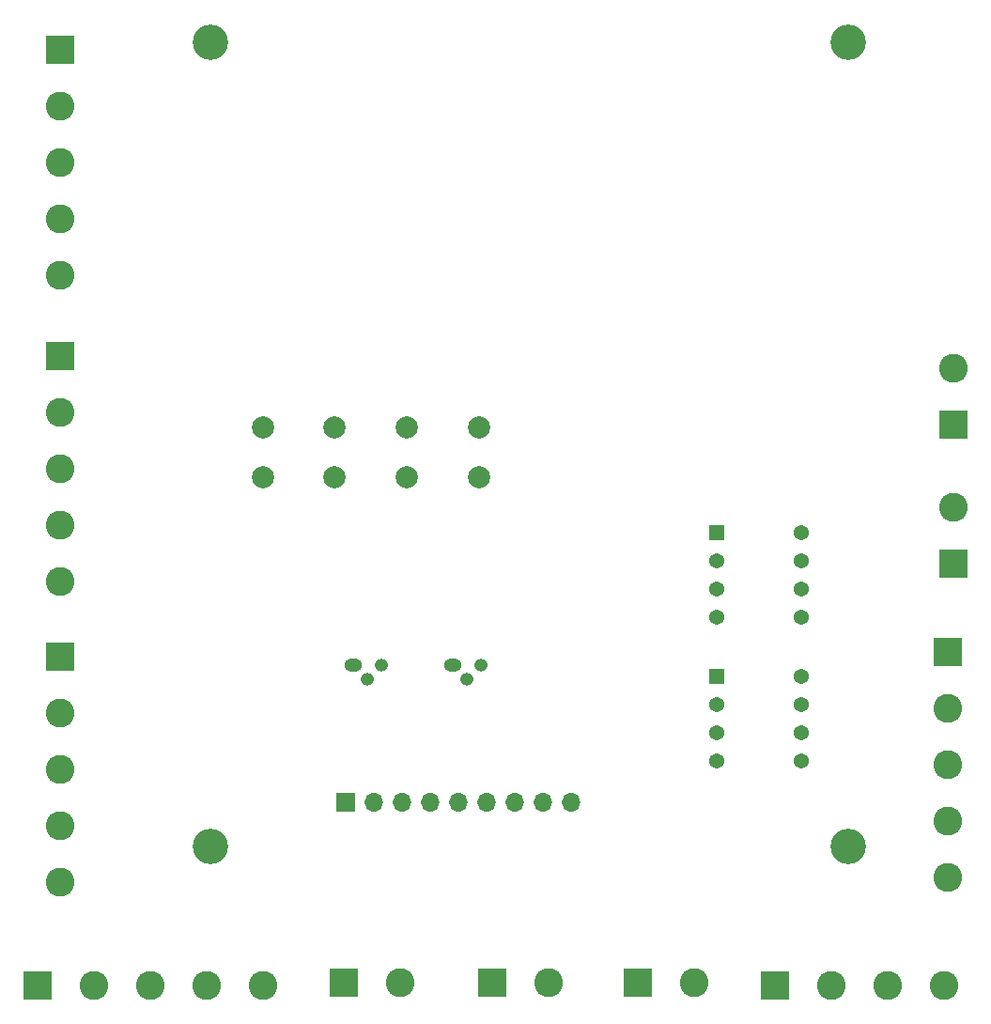
<source format=gbr>
%TF.GenerationSoftware,KiCad,Pcbnew,8.0.5*%
%TF.CreationDate,2024-10-29T07:25:13-05:00*%
%TF.ProjectId,Autonomous_Gardening_Rover_v2,4175746f-6e6f-46d6-9f75-735f47617264,rev?*%
%TF.SameCoordinates,Original*%
%TF.FileFunction,Soldermask,Bot*%
%TF.FilePolarity,Negative*%
%FSLAX46Y46*%
G04 Gerber Fmt 4.6, Leading zero omitted, Abs format (unit mm)*
G04 Created by KiCad (PCBNEW 8.0.5) date 2024-10-29 07:25:13*
%MOMM*%
%LPD*%
G01*
G04 APERTURE LIST*
%ADD10R,2.600000X2.600000*%
%ADD11C,2.600000*%
%ADD12R,1.371600X1.371600*%
%ADD13C,1.371600*%
%ADD14C,2.000000*%
%ADD15C,3.200000*%
%ADD16O,1.600000X1.200000*%
%ADD17O,1.200000X1.200000*%
%ADD18R,1.700000X1.700000*%
%ADD19O,1.700000X1.700000*%
G04 APERTURE END LIST*
D10*
%TO.C,J3*%
X37000000Y-39180000D03*
D11*
X37000000Y-44260000D03*
X37000000Y-49340000D03*
X37000000Y-54420000D03*
X37000000Y-59500000D03*
%TD*%
D12*
%TO.C,U3*%
X96190000Y-82690000D03*
D13*
X96190000Y-85230000D03*
X96190000Y-87770000D03*
X96190000Y-90310000D03*
X103810000Y-90310000D03*
X103810000Y-87770000D03*
X103810000Y-85230000D03*
X103810000Y-82690000D03*
%TD*%
D12*
%TO.C,U4*%
X96190000Y-95690000D03*
D13*
X96190000Y-98230000D03*
X96190000Y-100770000D03*
X96190000Y-103310000D03*
X103810000Y-103310000D03*
X103810000Y-100770000D03*
X103810000Y-98230000D03*
X103810000Y-95690000D03*
%TD*%
D14*
%TO.C,SW2*%
X74750000Y-77750000D03*
X68250000Y-77750000D03*
X74750000Y-73250000D03*
X68250000Y-73250000D03*
%TD*%
%TO.C,SW1*%
X61750000Y-77750000D03*
X55250000Y-77750000D03*
X61750000Y-73250000D03*
X55250000Y-73250000D03*
%TD*%
D10*
%TO.C,J8*%
X62535000Y-123305000D03*
D11*
X67615000Y-123305000D03*
%TD*%
D10*
%TO.C,J6*%
X75955000Y-123305000D03*
D11*
X81035000Y-123305000D03*
%TD*%
D10*
%TO.C,J5*%
X89035000Y-123305000D03*
D11*
X94115000Y-123305000D03*
%TD*%
%TO.C,J4*%
X117500000Y-80420000D03*
D10*
X117500000Y-85500000D03*
%TD*%
D11*
%TO.C,J1*%
X37000000Y-87160000D03*
X37000000Y-82080000D03*
X37000000Y-77000000D03*
X37000000Y-71920000D03*
D10*
X37000000Y-66840000D03*
%TD*%
D11*
%TO.C,J11*%
X117500000Y-67920000D03*
D10*
X117500000Y-73000000D03*
%TD*%
D15*
%TO.C,H1*%
X50500000Y-38500000D03*
%TD*%
D11*
%TO.C,J24*%
X116660000Y-123500000D03*
X111580000Y-123500000D03*
X106500000Y-123500000D03*
D10*
X101420000Y-123500000D03*
%TD*%
D16*
%TO.C,Q1*%
X72414724Y-94684724D03*
D17*
X73684724Y-95954724D03*
X74954724Y-94684724D03*
%TD*%
D11*
%TO.C,J7*%
X117000000Y-113820000D03*
X117000000Y-108740000D03*
X117000000Y-103660000D03*
X117000000Y-98580000D03*
D10*
X117000000Y-93500000D03*
%TD*%
D15*
%TO.C,H3*%
X50500000Y-111000000D03*
%TD*%
D11*
%TO.C,J12*%
X55320000Y-123500000D03*
X50240000Y-123500000D03*
X45160000Y-123500000D03*
X40080000Y-123500000D03*
D10*
X35000000Y-123500000D03*
%TD*%
D18*
%TO.C,J10*%
X62720000Y-107000000D03*
D19*
X65260000Y-107000000D03*
X67800000Y-107000000D03*
X70340000Y-107000000D03*
X72880000Y-107000000D03*
X75420000Y-107000000D03*
X77960000Y-107000000D03*
X80500000Y-107000000D03*
X83040000Y-107000000D03*
%TD*%
D16*
%TO.C,Q2*%
X63414724Y-94684724D03*
D17*
X64684724Y-95954724D03*
X65954724Y-94684724D03*
%TD*%
D15*
%TO.C,H2*%
X108000000Y-111000000D03*
%TD*%
D11*
%TO.C,J14*%
X37000000Y-114240000D03*
X37000000Y-109160000D03*
X37000000Y-104080000D03*
X37000000Y-99000000D03*
D10*
X37000000Y-93920000D03*
%TD*%
D15*
%TO.C,H4*%
X108000000Y-38500000D03*
%TD*%
M02*

</source>
